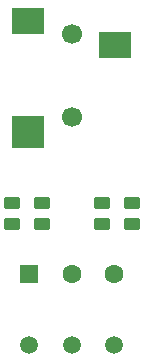
<source format=gbr>
%TF.GenerationSoftware,KiCad,Pcbnew,7.0.9*%
%TF.CreationDate,2023-12-20T10:12:01+01:00*%
%TF.ProjectId,DeHisser4IEM,44654869-7373-4657-9234-49454d2e6b69,rev?*%
%TF.SameCoordinates,PX77e7cd0PY40311b0*%
%TF.FileFunction,Soldermask,Top*%
%TF.FilePolarity,Negative*%
%FSLAX46Y46*%
G04 Gerber Fmt 4.6, Leading zero omitted, Abs format (unit mm)*
G04 Created by KiCad (PCBNEW 7.0.9) date 2023-12-20 10:12:01*
%MOMM*%
%LPD*%
G01*
G04 APERTURE LIST*
G04 Aperture macros list*
%AMRoundRect*
0 Rectangle with rounded corners*
0 $1 Rounding radius*
0 $2 $3 $4 $5 $6 $7 $8 $9 X,Y pos of 4 corners*
0 Add a 4 corners polygon primitive as box body*
4,1,4,$2,$3,$4,$5,$6,$7,$8,$9,$2,$3,0*
0 Add four circle primitives for the rounded corners*
1,1,$1+$1,$2,$3*
1,1,$1+$1,$4,$5*
1,1,$1+$1,$6,$7*
1,1,$1+$1,$8,$9*
0 Add four rect primitives between the rounded corners*
20,1,$1+$1,$2,$3,$4,$5,0*
20,1,$1+$1,$4,$5,$6,$7,0*
20,1,$1+$1,$6,$7,$8,$9,0*
20,1,$1+$1,$8,$9,$2,$3,0*%
G04 Aperture macros list end*
%ADD10RoundRect,0.250000X0.450000X-0.262500X0.450000X0.262500X-0.450000X0.262500X-0.450000X-0.262500X0*%
%ADD11C,1.500000*%
%ADD12RoundRect,0.250000X-0.550000X-0.550000X0.550000X-0.550000X0.550000X0.550000X-0.550000X0.550000X0*%
%ADD13C,1.600000*%
%ADD14C,1.700000*%
%ADD15R,2.800000X2.200000*%
%ADD16R,2.800000X2.800000*%
G04 APERTURE END LIST*
D10*
%TO.C,REF\u002A\u002A*%
X1270000Y13057500D03*
X1270000Y14882500D03*
%TD*%
D11*
%TO.C,REF\u002A\u002A*%
X6350000Y2890000D03*
X9950000Y2890000D03*
X2750000Y2890000D03*
D12*
X2750000Y8890000D03*
D13*
X6350000Y8890000D03*
X9950000Y8890000D03*
%TD*%
D10*
%TO.C,REF\u002A\u002A*%
X8890000Y13057500D03*
X8890000Y14882500D03*
%TD*%
%TO.C,REF\u002A\u002A*%
X3810000Y13057500D03*
X3810000Y14882500D03*
%TD*%
%TO.C,REF\u002A\u002A*%
X11430000Y13057500D03*
X11430000Y14882500D03*
%TD*%
D14*
%TO.C,REF\u002A\u002A*%
X6350000Y22170000D03*
X6350000Y29170000D03*
D15*
X10050000Y28270000D03*
X2650000Y30270000D03*
D16*
X2650000Y20870000D03*
%TD*%
M02*

</source>
